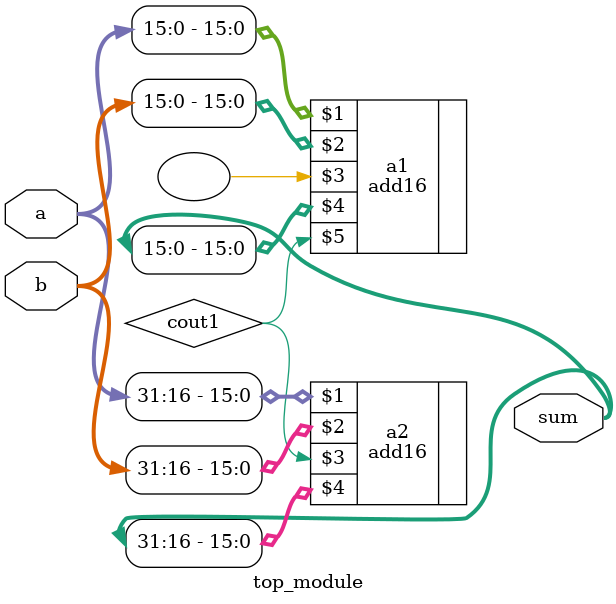
<source format=v>
module top_module(
    input [31:0] a,
    input [31:0] b,
    output [31:0] sum
);
   wire cout1;
    add16 a1 ( a[15:0] ,  b[15:0], , sum[15:0],cout1  );
    add16 a2 (  a[31:16],  b[31:16], cout1,sum[31:16], );
endmodule

</source>
